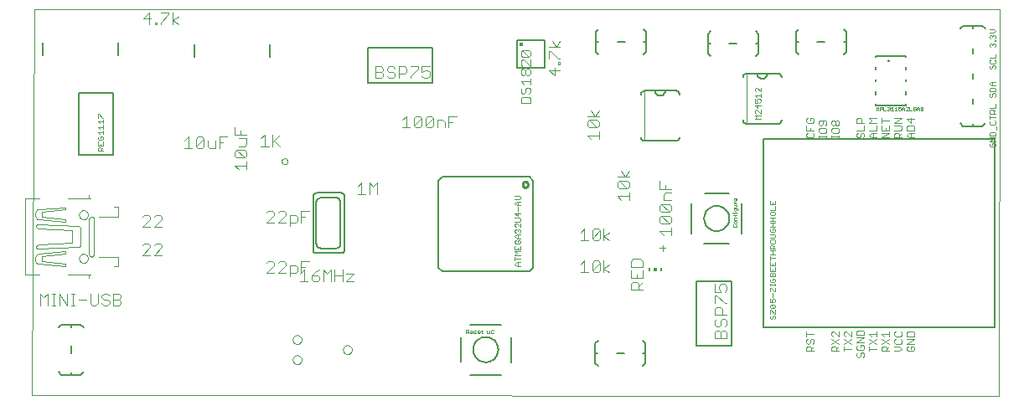
<source format=gto>
G75*
%MOIN*%
%OFA0B0*%
%FSLAX24Y24*%
%IPPOS*%
%LPD*%
%AMOC8*
5,1,8,0,0,1.08239X$1,22.5*
%
%ADD10C,0.0000*%
%ADD11C,0.0020*%
%ADD12C,0.0040*%
%ADD13C,0.0080*%
%ADD14C,0.0100*%
%ADD15C,0.0010*%
%ADD16C,0.0050*%
%ADD17C,0.0060*%
%ADD18C,0.0157*%
%ADD19C,0.0030*%
%ADD20R,0.0059X0.0118*%
%ADD21R,0.0118X0.0118*%
D10*
X003060Y000249D02*
X003140Y015625D01*
X041550Y015625D01*
X041510Y000209D01*
X003060Y000249D01*
X004923Y005702D02*
X004925Y005728D01*
X004931Y005754D01*
X004941Y005779D01*
X004954Y005802D01*
X004970Y005822D01*
X004990Y005840D01*
X005012Y005855D01*
X005035Y005867D01*
X005061Y005875D01*
X005087Y005879D01*
X005113Y005879D01*
X005139Y005875D01*
X005165Y005867D01*
X005189Y005855D01*
X005210Y005840D01*
X005230Y005822D01*
X005246Y005802D01*
X005259Y005779D01*
X005269Y005754D01*
X005275Y005728D01*
X005277Y005702D01*
X005275Y005676D01*
X005269Y005650D01*
X005259Y005625D01*
X005246Y005602D01*
X005230Y005582D01*
X005210Y005564D01*
X005188Y005549D01*
X005165Y005537D01*
X005139Y005529D01*
X005113Y005525D01*
X005087Y005525D01*
X005061Y005529D01*
X005035Y005537D01*
X005011Y005549D01*
X004990Y005564D01*
X004970Y005582D01*
X004954Y005602D01*
X004941Y005625D01*
X004931Y005650D01*
X004925Y005676D01*
X004923Y005702D01*
X004923Y007435D02*
X004925Y007461D01*
X004931Y007487D01*
X004941Y007512D01*
X004954Y007535D01*
X004970Y007555D01*
X004990Y007573D01*
X005012Y007588D01*
X005035Y007600D01*
X005061Y007608D01*
X005087Y007612D01*
X005113Y007612D01*
X005139Y007608D01*
X005165Y007600D01*
X005189Y007588D01*
X005210Y007573D01*
X005230Y007555D01*
X005246Y007535D01*
X005259Y007512D01*
X005269Y007487D01*
X005275Y007461D01*
X005277Y007435D01*
X005275Y007409D01*
X005269Y007383D01*
X005259Y007358D01*
X005246Y007335D01*
X005230Y007315D01*
X005210Y007297D01*
X005188Y007282D01*
X005165Y007270D01*
X005139Y007262D01*
X005113Y007258D01*
X005087Y007258D01*
X005061Y007262D01*
X005035Y007270D01*
X005011Y007282D01*
X004990Y007297D01*
X004970Y007315D01*
X004954Y007335D01*
X004941Y007358D01*
X004931Y007383D01*
X004925Y007409D01*
X004923Y007435D01*
X012982Y009569D02*
X012984Y009590D01*
X012990Y009610D01*
X012999Y009630D01*
X013011Y009647D01*
X013026Y009661D01*
X013044Y009673D01*
X013064Y009681D01*
X013084Y009686D01*
X013105Y009687D01*
X013126Y009684D01*
X013146Y009678D01*
X013165Y009667D01*
X013182Y009654D01*
X013195Y009638D01*
X013206Y009620D01*
X013214Y009600D01*
X013218Y009580D01*
X013218Y009558D01*
X013214Y009538D01*
X013206Y009518D01*
X013195Y009500D01*
X013182Y009484D01*
X013165Y009471D01*
X013146Y009460D01*
X013126Y009454D01*
X013105Y009451D01*
X013084Y009452D01*
X013064Y009457D01*
X013044Y009465D01*
X013026Y009477D01*
X013011Y009491D01*
X012999Y009508D01*
X012990Y009528D01*
X012984Y009548D01*
X012982Y009569D01*
X013425Y002469D02*
X013427Y002495D01*
X013433Y002521D01*
X013442Y002545D01*
X013455Y002568D01*
X013472Y002588D01*
X013491Y002606D01*
X013513Y002621D01*
X013536Y002632D01*
X013561Y002640D01*
X013587Y002644D01*
X013613Y002644D01*
X013639Y002640D01*
X013664Y002632D01*
X013688Y002621D01*
X013709Y002606D01*
X013728Y002588D01*
X013745Y002568D01*
X013758Y002545D01*
X013767Y002521D01*
X013773Y002495D01*
X013775Y002469D01*
X013773Y002443D01*
X013767Y002417D01*
X013758Y002393D01*
X013745Y002370D01*
X013728Y002350D01*
X013709Y002332D01*
X013687Y002317D01*
X013664Y002306D01*
X013639Y002298D01*
X013613Y002294D01*
X013587Y002294D01*
X013561Y002298D01*
X013536Y002306D01*
X013512Y002317D01*
X013491Y002332D01*
X013472Y002350D01*
X013455Y002370D01*
X013442Y002393D01*
X013433Y002417D01*
X013427Y002443D01*
X013425Y002469D01*
X013425Y001669D02*
X013427Y001695D01*
X013433Y001721D01*
X013442Y001745D01*
X013455Y001768D01*
X013472Y001788D01*
X013491Y001806D01*
X013513Y001821D01*
X013536Y001832D01*
X013561Y001840D01*
X013587Y001844D01*
X013613Y001844D01*
X013639Y001840D01*
X013664Y001832D01*
X013688Y001821D01*
X013709Y001806D01*
X013728Y001788D01*
X013745Y001768D01*
X013758Y001745D01*
X013767Y001721D01*
X013773Y001695D01*
X013775Y001669D01*
X013773Y001643D01*
X013767Y001617D01*
X013758Y001593D01*
X013745Y001570D01*
X013728Y001550D01*
X013709Y001532D01*
X013687Y001517D01*
X013664Y001506D01*
X013639Y001498D01*
X013613Y001494D01*
X013587Y001494D01*
X013561Y001498D01*
X013536Y001506D01*
X013512Y001517D01*
X013491Y001532D01*
X013472Y001550D01*
X013455Y001570D01*
X013442Y001593D01*
X013433Y001617D01*
X013427Y001643D01*
X013425Y001669D01*
X015425Y002069D02*
X015427Y002095D01*
X015433Y002121D01*
X015442Y002145D01*
X015455Y002168D01*
X015472Y002188D01*
X015491Y002206D01*
X015513Y002221D01*
X015536Y002232D01*
X015561Y002240D01*
X015587Y002244D01*
X015613Y002244D01*
X015639Y002240D01*
X015664Y002232D01*
X015688Y002221D01*
X015709Y002206D01*
X015728Y002188D01*
X015745Y002168D01*
X015758Y002145D01*
X015767Y002121D01*
X015773Y002095D01*
X015775Y002069D01*
X015773Y002043D01*
X015767Y002017D01*
X015758Y001993D01*
X015745Y001970D01*
X015728Y001950D01*
X015709Y001932D01*
X015687Y001917D01*
X015664Y001906D01*
X015639Y001898D01*
X015613Y001894D01*
X015587Y001894D01*
X015561Y001898D01*
X015536Y001906D01*
X015512Y001917D01*
X015491Y001932D01*
X015472Y001950D01*
X015455Y001970D01*
X015442Y001993D01*
X015433Y002017D01*
X015427Y002043D01*
X015425Y002069D01*
D11*
X022263Y005469D02*
X022336Y005543D01*
X022483Y005543D01*
X022373Y005543D02*
X022373Y005396D01*
X022336Y005396D02*
X022263Y005469D01*
X022336Y005396D02*
X022483Y005396D01*
X022483Y005690D02*
X022263Y005690D01*
X022263Y005617D02*
X022263Y005764D01*
X022263Y005838D02*
X022336Y005911D01*
X022263Y005985D01*
X022483Y005985D01*
X022483Y006059D02*
X022483Y006206D01*
X022446Y006280D02*
X022483Y006316D01*
X022483Y006390D01*
X022446Y006427D01*
X022373Y006427D01*
X022373Y006353D01*
X022300Y006280D02*
X022446Y006280D01*
X022300Y006280D02*
X022263Y006316D01*
X022263Y006390D01*
X022300Y006427D01*
X022336Y006501D02*
X022263Y006574D01*
X022336Y006648D01*
X022483Y006648D01*
X022446Y006722D02*
X022483Y006758D01*
X022483Y006832D01*
X022446Y006868D01*
X022410Y006868D01*
X022373Y006832D01*
X022373Y006795D01*
X022373Y006832D02*
X022336Y006868D01*
X022300Y006868D01*
X022263Y006832D01*
X022263Y006758D01*
X022300Y006722D01*
X022373Y006648D02*
X022373Y006501D01*
X022336Y006501D02*
X022483Y006501D01*
X022263Y006206D02*
X022263Y006059D01*
X022483Y006059D01*
X022373Y006059D02*
X022373Y006132D01*
X022483Y005838D02*
X022263Y005838D01*
X022300Y006943D02*
X022263Y006979D01*
X022263Y007053D01*
X022300Y007089D01*
X022336Y007089D01*
X022483Y006943D01*
X022483Y007089D01*
X022446Y007164D02*
X022483Y007200D01*
X022483Y007274D01*
X022446Y007310D01*
X022263Y007310D01*
X022373Y007385D02*
X022373Y007531D01*
X022373Y007606D02*
X022373Y007752D01*
X022373Y007827D02*
X022373Y007973D01*
X022336Y007973D02*
X022483Y007973D01*
X022446Y008048D02*
X022483Y008084D01*
X022483Y008158D01*
X022446Y008194D01*
X022263Y008194D01*
X022263Y008048D02*
X022446Y008048D01*
X022336Y007973D02*
X022263Y007900D01*
X022336Y007827D01*
X022483Y007827D01*
X022483Y007495D02*
X022263Y007495D01*
X022373Y007385D01*
X022446Y007164D02*
X022263Y007164D01*
X027410Y010379D02*
X027410Y012379D01*
X031470Y013059D02*
X031470Y011059D01*
X031810Y011243D02*
X031883Y011316D01*
X031810Y011389D01*
X032030Y011389D01*
X032030Y011464D02*
X031883Y011610D01*
X031847Y011610D01*
X031810Y011574D01*
X031810Y011500D01*
X031847Y011464D01*
X032030Y011464D02*
X032030Y011610D01*
X031920Y011685D02*
X031920Y011831D01*
X031920Y011906D02*
X031883Y011979D01*
X031883Y012016D01*
X031920Y012052D01*
X031993Y012052D01*
X032030Y012016D01*
X032030Y011942D01*
X031993Y011906D01*
X031920Y011906D02*
X031810Y011906D01*
X031810Y012052D01*
X031883Y012127D02*
X031810Y012200D01*
X032030Y012200D01*
X032030Y012127D02*
X032030Y012273D01*
X032030Y012348D02*
X031883Y012494D01*
X031847Y012494D01*
X031810Y012458D01*
X031810Y012384D01*
X031847Y012348D01*
X032030Y012348D02*
X032030Y012494D01*
X032030Y011795D02*
X031810Y011795D01*
X031920Y011685D01*
X032030Y011243D02*
X031810Y011243D01*
X032405Y007996D02*
X032405Y007849D01*
X032626Y007849D01*
X032626Y007996D01*
X032516Y007923D02*
X032516Y007849D01*
X032626Y007775D02*
X032626Y007628D01*
X032405Y007628D01*
X032442Y007554D02*
X032405Y007517D01*
X032405Y007444D01*
X032442Y007407D01*
X032589Y007407D01*
X032626Y007444D01*
X032626Y007517D01*
X032589Y007554D01*
X032442Y007554D01*
X032405Y007333D02*
X032626Y007333D01*
X032516Y007333D02*
X032516Y007186D01*
X032516Y007112D02*
X032516Y006965D01*
X032516Y006891D02*
X032516Y006818D01*
X032516Y006891D02*
X032589Y006891D01*
X032626Y006854D01*
X032626Y006781D01*
X032589Y006744D01*
X032442Y006744D01*
X032405Y006781D01*
X032405Y006854D01*
X032442Y006891D01*
X032405Y006965D02*
X032626Y006965D01*
X032626Y007112D02*
X032405Y007112D01*
X032405Y007186D02*
X032626Y007186D01*
X032589Y006670D02*
X032405Y006670D01*
X032405Y006523D02*
X032589Y006523D01*
X032626Y006560D01*
X032626Y006633D01*
X032589Y006670D01*
X032589Y006449D02*
X032442Y006449D01*
X032405Y006412D01*
X032405Y006339D01*
X032442Y006302D01*
X032589Y006302D01*
X032626Y006339D01*
X032626Y006412D01*
X032589Y006449D01*
X032626Y006228D02*
X032552Y006155D01*
X032552Y006191D02*
X032552Y006081D01*
X032626Y006081D02*
X032405Y006081D01*
X032405Y006191D01*
X032442Y006228D01*
X032516Y006228D01*
X032552Y006191D01*
X032516Y006007D02*
X032516Y005860D01*
X032626Y005860D02*
X032405Y005860D01*
X032405Y005786D02*
X032405Y005639D01*
X032405Y005713D02*
X032626Y005713D01*
X032626Y005565D02*
X032626Y005418D01*
X032405Y005418D01*
X032405Y005565D01*
X032516Y005492D02*
X032516Y005418D01*
X032626Y005344D02*
X032626Y005197D01*
X032405Y005197D01*
X032405Y005344D01*
X032516Y005271D02*
X032516Y005197D01*
X032552Y005123D02*
X032589Y005123D01*
X032626Y005086D01*
X032626Y004976D01*
X032405Y004976D01*
X032405Y005086D01*
X032442Y005123D01*
X032479Y005123D01*
X032516Y005086D01*
X032516Y004976D01*
X032516Y004902D02*
X032516Y004829D01*
X032516Y004902D02*
X032589Y004902D01*
X032626Y004866D01*
X032626Y004792D01*
X032589Y004755D01*
X032442Y004755D01*
X032405Y004792D01*
X032405Y004866D01*
X032442Y004902D01*
X032516Y005086D02*
X032552Y005123D01*
X032626Y004681D02*
X032626Y004608D01*
X032626Y004645D02*
X032405Y004645D01*
X032405Y004681D02*
X032405Y004608D01*
X032405Y004534D02*
X032442Y004534D01*
X032589Y004387D01*
X032626Y004387D01*
X032626Y004534D01*
X032405Y004534D02*
X032405Y004387D01*
X032516Y004313D02*
X032516Y004166D01*
X032516Y004092D02*
X032589Y004092D01*
X032626Y004055D01*
X032626Y003982D01*
X032589Y003945D01*
X032516Y003945D02*
X032479Y004019D01*
X032479Y004055D01*
X032516Y004092D01*
X032405Y004092D02*
X032405Y003945D01*
X032516Y003945D01*
X032589Y003871D02*
X032626Y003834D01*
X032626Y003761D01*
X032589Y003724D01*
X032442Y003871D01*
X032589Y003871D01*
X032442Y003871D02*
X032405Y003834D01*
X032405Y003761D01*
X032442Y003724D01*
X032589Y003724D01*
X032626Y003650D02*
X032626Y003503D01*
X032589Y003503D01*
X032442Y003650D01*
X032405Y003650D01*
X032405Y003503D01*
X032442Y003429D02*
X032405Y003392D01*
X032405Y003319D01*
X032442Y003282D01*
X032479Y003282D01*
X032516Y003319D01*
X032516Y003392D01*
X032552Y003429D01*
X032589Y003429D01*
X032626Y003392D01*
X032626Y003319D01*
X032589Y003282D01*
X032626Y006007D02*
X032405Y006007D01*
X036630Y011599D02*
X036630Y011739D01*
X036677Y011692D01*
X036723Y011739D01*
X036723Y011599D01*
X036777Y011599D02*
X036777Y011739D01*
X036847Y011739D01*
X036871Y011715D01*
X036871Y011669D01*
X036847Y011645D01*
X036777Y011645D01*
X036925Y011599D02*
X037018Y011599D01*
X037072Y011622D02*
X037095Y011599D01*
X037142Y011599D01*
X037165Y011622D01*
X037165Y011645D01*
X037142Y011669D01*
X037119Y011669D01*
X037142Y011669D02*
X037165Y011692D01*
X037165Y011715D01*
X037142Y011739D01*
X037095Y011739D01*
X037072Y011715D01*
X037219Y011692D02*
X037266Y011739D01*
X037266Y011599D01*
X037219Y011599D02*
X037313Y011599D01*
X037367Y011599D02*
X037460Y011599D01*
X037413Y011599D02*
X037413Y011739D01*
X037367Y011692D01*
X037514Y011669D02*
X037561Y011692D01*
X037584Y011692D01*
X037607Y011669D01*
X037607Y011622D01*
X037584Y011599D01*
X037537Y011599D01*
X037514Y011622D01*
X037514Y011669D02*
X037514Y011739D01*
X037607Y011739D01*
X037661Y011692D02*
X037708Y011739D01*
X037755Y011692D01*
X037755Y011599D01*
X037809Y011599D02*
X037902Y011692D01*
X037902Y011715D01*
X037879Y011739D01*
X037832Y011739D01*
X037809Y011715D01*
X037755Y011669D02*
X037661Y011669D01*
X037661Y011692D02*
X037661Y011599D01*
X037809Y011599D02*
X037902Y011599D01*
X037956Y011599D02*
X038049Y011599D01*
X038103Y011622D02*
X038127Y011599D01*
X038173Y011599D01*
X038197Y011622D01*
X038197Y011669D01*
X038150Y011669D01*
X038197Y011715D02*
X038173Y011739D01*
X038127Y011739D01*
X038103Y011715D01*
X038103Y011622D01*
X037956Y011599D02*
X037956Y011739D01*
X038251Y011692D02*
X038297Y011739D01*
X038344Y011692D01*
X038344Y011599D01*
X038398Y011622D02*
X038398Y011645D01*
X038421Y011669D01*
X038468Y011669D01*
X038491Y011645D01*
X038491Y011622D01*
X038468Y011599D01*
X038421Y011599D01*
X038398Y011622D01*
X038421Y011669D02*
X038398Y011692D01*
X038398Y011715D01*
X038421Y011739D01*
X038468Y011739D01*
X038491Y011715D01*
X038491Y011692D01*
X038468Y011669D01*
X038344Y011669D02*
X038251Y011669D01*
X038251Y011692D02*
X038251Y011599D01*
X036925Y011599D02*
X036925Y011739D01*
X041150Y011694D02*
X041370Y011694D01*
X041370Y011841D01*
X041370Y011620D02*
X041297Y011547D01*
X041297Y011583D02*
X041297Y011473D01*
X041370Y011473D02*
X041150Y011473D01*
X041150Y011583D01*
X041187Y011620D01*
X041260Y011620D01*
X041297Y011583D01*
X041150Y011399D02*
X041150Y011252D01*
X041150Y011326D02*
X041370Y011326D01*
X041333Y011178D02*
X041370Y011141D01*
X041370Y011068D01*
X041333Y011031D01*
X041187Y011031D01*
X041150Y011068D01*
X041150Y011141D01*
X041187Y011178D01*
X041407Y010957D02*
X041407Y010810D01*
X041333Y010736D02*
X041187Y010736D01*
X041150Y010699D01*
X041150Y010589D01*
X041370Y010589D01*
X041370Y010699D01*
X041333Y010736D01*
X041370Y010515D02*
X041150Y010515D01*
X041150Y010368D02*
X041370Y010515D01*
X041370Y010368D02*
X041150Y010368D01*
X041187Y010294D02*
X041150Y010257D01*
X041150Y010184D01*
X041187Y010147D01*
X041333Y010147D01*
X041370Y010184D01*
X041370Y010257D01*
X041333Y010294D01*
X041260Y010294D01*
X041260Y010221D01*
X041223Y012136D02*
X041260Y012173D01*
X041260Y012246D01*
X041297Y012283D01*
X041333Y012283D01*
X041370Y012246D01*
X041370Y012173D01*
X041333Y012136D01*
X041223Y012136D02*
X041187Y012136D01*
X041150Y012173D01*
X041150Y012246D01*
X041187Y012283D01*
X041150Y012357D02*
X041150Y012467D01*
X041187Y012504D01*
X041333Y012504D01*
X041370Y012467D01*
X041370Y012357D01*
X041150Y012357D01*
X041223Y012578D02*
X041150Y012652D01*
X041223Y012725D01*
X041370Y012725D01*
X041260Y012725D02*
X041260Y012578D01*
X041223Y012578D02*
X041370Y012578D01*
X041333Y013241D02*
X041370Y013278D01*
X041370Y013351D01*
X041333Y013388D01*
X041297Y013388D01*
X041260Y013351D01*
X041260Y013278D01*
X041223Y013241D01*
X041187Y013241D01*
X041150Y013278D01*
X041150Y013351D01*
X041187Y013388D01*
X041187Y013462D02*
X041333Y013462D01*
X041370Y013499D01*
X041370Y013572D01*
X041333Y013609D01*
X041370Y013683D02*
X041370Y013830D01*
X041370Y013683D02*
X041150Y013683D01*
X041187Y013609D02*
X041150Y013572D01*
X041150Y013499D01*
X041187Y013462D01*
X041187Y014125D02*
X041150Y014162D01*
X041150Y014235D01*
X041187Y014272D01*
X041223Y014272D01*
X041260Y014235D01*
X041297Y014272D01*
X041333Y014272D01*
X041370Y014235D01*
X041370Y014162D01*
X041333Y014125D01*
X041260Y014199D02*
X041260Y014235D01*
X041333Y014346D02*
X041333Y014383D01*
X041370Y014383D01*
X041370Y014346D01*
X041333Y014346D01*
X041333Y014457D02*
X041370Y014493D01*
X041370Y014567D01*
X041333Y014603D01*
X041297Y014603D01*
X041260Y014567D01*
X041260Y014530D01*
X041260Y014567D02*
X041223Y014603D01*
X041187Y014603D01*
X041150Y014567D01*
X041150Y014493D01*
X041187Y014457D01*
X041150Y014678D02*
X041297Y014678D01*
X041370Y014751D01*
X041297Y014824D01*
X041150Y014824D01*
X005890Y011305D02*
X005853Y011305D01*
X005707Y011451D01*
X005670Y011451D01*
X005670Y011305D01*
X005670Y011157D02*
X005890Y011157D01*
X005890Y011084D02*
X005890Y011230D01*
X005743Y011084D02*
X005670Y011157D01*
X005670Y010936D02*
X005890Y010936D01*
X005890Y010863D02*
X005890Y011009D01*
X005743Y010863D02*
X005670Y010936D01*
X005670Y010715D02*
X005890Y010715D01*
X005890Y010642D02*
X005890Y010788D01*
X005743Y010642D02*
X005670Y010715D01*
X005707Y010567D02*
X005670Y010531D01*
X005670Y010457D01*
X005707Y010421D01*
X005853Y010421D01*
X005890Y010457D01*
X005890Y010531D01*
X005853Y010567D01*
X005780Y010567D01*
X005780Y010494D01*
X005890Y010346D02*
X005890Y010200D01*
X005670Y010200D01*
X005670Y010346D01*
X005780Y010273D02*
X005780Y010200D01*
X005780Y010125D02*
X005817Y010089D01*
X005817Y009979D01*
X005890Y009979D02*
X005670Y009979D01*
X005670Y010089D01*
X005707Y010125D01*
X005780Y010125D01*
X005817Y010052D02*
X005890Y010125D01*
D12*
X005304Y008224D02*
X005304Y008163D01*
X005306Y008147D01*
X005310Y008132D01*
X005318Y008117D01*
X005328Y008105D01*
X005340Y008095D01*
X005355Y008087D01*
X005370Y008083D01*
X005386Y008081D01*
X004477Y008081D01*
X004385Y007734D02*
X004385Y007652D01*
X003444Y007550D01*
X003444Y007345D01*
X004385Y007243D01*
X004385Y007161D01*
X003301Y007264D01*
X003301Y007263D02*
X003282Y007267D01*
X003263Y007273D01*
X003246Y007283D01*
X003230Y007295D01*
X003217Y007310D01*
X003206Y007327D01*
X003199Y007345D01*
X003199Y007570D02*
X003206Y007588D01*
X003217Y007605D01*
X003230Y007620D01*
X003246Y007632D01*
X003263Y007642D01*
X003282Y007648D01*
X003301Y007652D01*
X004385Y007734D01*
X003200Y007570D02*
X003191Y007533D01*
X003185Y007496D01*
X003183Y007458D01*
X003185Y007420D01*
X003191Y007383D01*
X003200Y007346D01*
X003301Y007059D02*
X004896Y006977D01*
X004896Y006978D02*
X004914Y006975D01*
X004931Y006968D01*
X004946Y006959D01*
X004959Y006946D01*
X004968Y006931D01*
X004975Y006914D01*
X004978Y006896D01*
X004977Y006896D02*
X004977Y006242D01*
X004978Y006241D02*
X004975Y006223D01*
X004968Y006206D01*
X004959Y006191D01*
X004946Y006178D01*
X004931Y006169D01*
X004914Y006162D01*
X004896Y006159D01*
X004896Y006160D02*
X003301Y006078D01*
X003285Y006080D01*
X003270Y006084D01*
X003255Y006092D01*
X003243Y006102D01*
X003233Y006114D01*
X003225Y006129D01*
X003221Y006144D01*
X003219Y006160D01*
X003221Y006176D01*
X003225Y006191D01*
X003233Y006206D01*
X003243Y006218D01*
X003255Y006228D01*
X003270Y006236D01*
X003285Y006240D01*
X003301Y006242D01*
X004650Y006323D01*
X004650Y006814D01*
X003301Y006896D01*
X003301Y006895D02*
X003285Y006897D01*
X003270Y006901D01*
X003255Y006909D01*
X003243Y006919D01*
X003233Y006931D01*
X003225Y006946D01*
X003221Y006961D01*
X003219Y006977D01*
X003220Y006977D02*
X003220Y006977D01*
X003219Y006977D02*
X003221Y006993D01*
X003225Y007008D01*
X003233Y007023D01*
X003243Y007035D01*
X003255Y007045D01*
X003270Y007053D01*
X003285Y007057D01*
X003301Y007059D01*
X003301Y005874D02*
X004385Y005976D01*
X004385Y005894D01*
X003444Y005792D01*
X003444Y005588D01*
X004385Y005485D01*
X004385Y005404D01*
X003301Y005485D01*
X003282Y005489D01*
X003263Y005495D01*
X003246Y005505D01*
X003230Y005517D01*
X003217Y005532D01*
X003206Y005549D01*
X003199Y005567D01*
X003199Y005792D02*
X003206Y005810D01*
X003217Y005827D01*
X003230Y005842D01*
X003246Y005854D01*
X003263Y005864D01*
X003282Y005870D01*
X003301Y005874D01*
X003200Y005792D02*
X003191Y005755D01*
X003185Y005718D01*
X003183Y005680D01*
X003185Y005642D01*
X003191Y005605D01*
X003200Y005568D01*
X003362Y005056D02*
X002770Y005056D01*
X002770Y005056D01*
X002770Y008081D01*
X003362Y008081D01*
X005325Y007264D02*
X005325Y005874D01*
X005327Y005854D01*
X005333Y005835D01*
X005342Y005817D01*
X005355Y005802D01*
X005370Y005789D01*
X005388Y005780D01*
X005407Y005774D01*
X005427Y005772D01*
X005427Y005771D02*
X005443Y005773D01*
X005458Y005777D01*
X005473Y005785D01*
X005485Y005795D01*
X005495Y005807D01*
X005503Y005822D01*
X005507Y005837D01*
X005509Y005853D01*
X005509Y007284D01*
X005507Y007300D01*
X005503Y007315D01*
X005495Y007330D01*
X005485Y007342D01*
X005473Y007352D01*
X005458Y007360D01*
X005443Y007364D01*
X005427Y007366D01*
X005427Y007366D01*
X005407Y007364D01*
X005388Y007358D01*
X005370Y007349D01*
X005355Y007336D01*
X005342Y007321D01*
X005333Y007303D01*
X005327Y007284D01*
X005325Y007264D01*
X005713Y007366D02*
X006449Y007366D01*
X006469Y007366D02*
X006469Y007754D01*
X006449Y007754D02*
X006306Y007754D01*
X007449Y007347D02*
X007526Y007424D01*
X007679Y007424D01*
X007756Y007347D01*
X007756Y007271D01*
X007449Y006964D01*
X007756Y006964D01*
X007910Y006964D02*
X008217Y007271D01*
X008217Y007347D01*
X008140Y007424D01*
X007986Y007424D01*
X007910Y007347D01*
X007910Y006964D02*
X008217Y006964D01*
X008140Y006299D02*
X007986Y006299D01*
X007910Y006222D01*
X007756Y006222D02*
X007679Y006299D01*
X007526Y006299D01*
X007449Y006222D01*
X007756Y006222D02*
X007756Y006146D01*
X007449Y005839D01*
X007756Y005839D01*
X007910Y005839D02*
X008217Y006146D01*
X008217Y006222D01*
X008140Y006299D01*
X008217Y005839D02*
X007910Y005839D01*
X006469Y005772D02*
X006469Y005383D01*
X006449Y005383D02*
X006306Y005383D01*
X006449Y005772D02*
X005713Y005772D01*
X005386Y005056D02*
X004477Y005056D01*
X005304Y004975D02*
X005304Y004913D01*
X005304Y004975D02*
X005306Y004991D01*
X005310Y005006D01*
X005318Y005021D01*
X005328Y005033D01*
X005340Y005043D01*
X005355Y005051D01*
X005370Y005055D01*
X005386Y005057D01*
X005365Y004299D02*
X005365Y003915D01*
X005442Y003839D01*
X005595Y003839D01*
X005672Y003915D01*
X005672Y004299D01*
X005825Y004222D02*
X005825Y004146D01*
X005902Y004069D01*
X006056Y004069D01*
X006132Y003992D01*
X006132Y003915D01*
X006056Y003839D01*
X005902Y003839D01*
X005825Y003915D01*
X005825Y004222D02*
X005902Y004299D01*
X006056Y004299D01*
X006132Y004222D01*
X006286Y004299D02*
X006286Y003839D01*
X006516Y003839D01*
X006593Y003915D01*
X006593Y003992D01*
X006516Y004069D01*
X006286Y004069D01*
X006516Y004069D02*
X006593Y004146D01*
X006593Y004222D01*
X006516Y004299D01*
X006286Y004299D01*
X005212Y004069D02*
X004905Y004069D01*
X004751Y004299D02*
X004598Y004299D01*
X004674Y004299D02*
X004674Y003839D01*
X004598Y003839D02*
X004751Y003839D01*
X004444Y003839D02*
X004444Y004299D01*
X004137Y004299D02*
X004137Y003839D01*
X003984Y003839D02*
X003830Y003839D01*
X003907Y003839D02*
X003907Y004299D01*
X003830Y004299D02*
X003984Y004299D01*
X004137Y004299D02*
X004444Y003839D01*
X003677Y003839D02*
X003677Y004299D01*
X003523Y004146D01*
X003370Y004299D01*
X003370Y003839D01*
X011120Y009401D02*
X011580Y009401D01*
X011580Y009554D02*
X011580Y009247D01*
X011273Y009247D02*
X011120Y009401D01*
X011196Y009707D02*
X011120Y009784D01*
X011120Y009938D01*
X011196Y010014D01*
X011503Y009707D01*
X011580Y009784D01*
X011580Y009938D01*
X011503Y010014D01*
X011196Y010014D01*
X011273Y010168D02*
X011503Y010168D01*
X011580Y010245D01*
X011580Y010475D01*
X011273Y010475D01*
X011350Y010628D02*
X011350Y010782D01*
X011120Y010628D02*
X011120Y010935D01*
X011120Y010628D02*
X011580Y010628D01*
X012159Y010476D02*
X012313Y010629D01*
X012313Y010169D01*
X012466Y010169D02*
X012159Y010169D01*
X012620Y010169D02*
X012620Y010629D01*
X012696Y010399D02*
X012927Y010169D01*
X012620Y010322D02*
X012927Y010629D01*
X011503Y009707D02*
X011196Y009707D01*
X010501Y010089D02*
X010501Y010549D01*
X010808Y010549D01*
X010655Y010319D02*
X010501Y010319D01*
X010348Y010396D02*
X010348Y010089D01*
X010118Y010089D01*
X010041Y010165D01*
X010041Y010396D01*
X009887Y010472D02*
X009887Y010165D01*
X009811Y010089D01*
X009657Y010089D01*
X009580Y010165D01*
X009887Y010472D01*
X009811Y010549D01*
X009657Y010549D01*
X009580Y010472D01*
X009580Y010165D01*
X009427Y010089D02*
X009120Y010089D01*
X009273Y010089D02*
X009273Y010549D01*
X009120Y010396D01*
X012380Y007512D02*
X012457Y007589D01*
X012610Y007589D01*
X012687Y007512D01*
X012687Y007436D01*
X012380Y007129D01*
X012687Y007129D01*
X012840Y007129D02*
X013147Y007436D01*
X013147Y007512D01*
X013071Y007589D01*
X012917Y007589D01*
X012840Y007512D01*
X012840Y007129D02*
X013147Y007129D01*
X013301Y007129D02*
X013531Y007129D01*
X013608Y007205D01*
X013608Y007359D01*
X013531Y007436D01*
X013301Y007436D01*
X013301Y006975D01*
X013761Y007129D02*
X013761Y007589D01*
X014068Y007589D01*
X013915Y007359D02*
X013761Y007359D01*
X013761Y005589D02*
X014068Y005589D01*
X013915Y005359D02*
X013761Y005359D01*
X013866Y005249D02*
X013866Y004789D01*
X013713Y004789D02*
X014020Y004789D01*
X014173Y004866D02*
X014250Y004789D01*
X014403Y004789D01*
X014480Y004866D01*
X014480Y004943D01*
X014403Y005019D01*
X014173Y005019D01*
X014173Y004866D01*
X014173Y005019D02*
X014327Y005173D01*
X014480Y005249D01*
X014634Y005249D02*
X014787Y005096D01*
X014941Y005249D01*
X014941Y004789D01*
X015094Y004789D02*
X015094Y005249D01*
X015094Y005019D02*
X015401Y005019D01*
X015554Y005096D02*
X015861Y005096D01*
X015554Y004789D01*
X015861Y004789D01*
X015401Y004789D02*
X015401Y005249D01*
X014634Y005249D02*
X014634Y004789D01*
X013866Y005249D02*
X013713Y005096D01*
X013761Y005129D02*
X013761Y005589D01*
X013531Y005436D02*
X013608Y005359D01*
X013608Y005205D01*
X013531Y005129D01*
X013301Y005129D01*
X013147Y005129D02*
X012840Y005129D01*
X013147Y005436D01*
X013147Y005512D01*
X013071Y005589D01*
X012917Y005589D01*
X012840Y005512D01*
X012687Y005512D02*
X012610Y005589D01*
X012457Y005589D01*
X012380Y005512D01*
X012687Y005512D02*
X012687Y005436D01*
X012380Y005129D01*
X012687Y005129D01*
X013301Y004975D02*
X013301Y005436D01*
X013531Y005436D01*
X016005Y008254D02*
X016312Y008254D01*
X016465Y008254D02*
X016465Y008714D01*
X016619Y008561D01*
X016772Y008714D01*
X016772Y008254D01*
X016158Y008254D02*
X016158Y008714D01*
X016005Y008561D01*
X017783Y010909D02*
X018090Y010909D01*
X017936Y010909D02*
X017936Y011369D01*
X017783Y011216D01*
X018243Y011292D02*
X018243Y010985D01*
X018550Y011292D01*
X018550Y010985D01*
X018474Y010909D01*
X018320Y010909D01*
X018243Y010985D01*
X018243Y011292D02*
X018320Y011369D01*
X018474Y011369D01*
X018550Y011292D01*
X018704Y011292D02*
X018781Y011369D01*
X018934Y011369D01*
X019011Y011292D01*
X018704Y010985D01*
X018781Y010909D01*
X018934Y010909D01*
X019011Y010985D01*
X019011Y011292D01*
X019164Y011216D02*
X019394Y011216D01*
X019471Y011139D01*
X019471Y010909D01*
X019625Y010909D02*
X019625Y011369D01*
X019932Y011369D01*
X019778Y011139D02*
X019625Y011139D01*
X019164Y011216D02*
X019164Y010909D01*
X018704Y010985D02*
X018704Y011292D01*
X018638Y012889D02*
X018562Y012965D01*
X018638Y012889D02*
X018792Y012889D01*
X018868Y012965D01*
X018868Y013119D01*
X018792Y013196D01*
X018715Y013196D01*
X018562Y013119D01*
X018562Y013349D01*
X018868Y013349D01*
X018408Y013349D02*
X018408Y013272D01*
X018101Y012965D01*
X018101Y012889D01*
X017948Y013119D02*
X017871Y013042D01*
X017641Y013042D01*
X017641Y012889D02*
X017641Y013349D01*
X017871Y013349D01*
X017948Y013272D01*
X017948Y013119D01*
X018101Y013349D02*
X018408Y013349D01*
X017487Y013272D02*
X017411Y013349D01*
X017257Y013349D01*
X017180Y013272D01*
X017180Y013196D01*
X017257Y013119D01*
X017411Y013119D01*
X017487Y013042D01*
X017487Y012965D01*
X017411Y012889D01*
X017257Y012889D01*
X017180Y012965D01*
X017027Y012965D02*
X016950Y012889D01*
X016720Y012889D01*
X016720Y013349D01*
X016950Y013349D01*
X017027Y013272D01*
X017027Y013196D01*
X016950Y013119D01*
X016720Y013119D01*
X016950Y013119D02*
X017027Y013042D01*
X017027Y012965D01*
X023600Y013204D02*
X023830Y012974D01*
X023830Y013281D01*
X023983Y013434D02*
X023983Y013511D01*
X024060Y013511D01*
X024060Y013434D01*
X023983Y013434D01*
X023983Y013665D02*
X024060Y013665D01*
X023983Y013665D02*
X023676Y013972D01*
X023600Y013972D01*
X023600Y013665D01*
X023600Y014125D02*
X024060Y014125D01*
X023907Y014125D02*
X023753Y014355D01*
X023907Y014125D02*
X024060Y014355D01*
X024060Y013204D02*
X023600Y013204D01*
X025293Y011600D02*
X025447Y011369D01*
X025600Y011600D01*
X025600Y011369D02*
X025140Y011369D01*
X025216Y011216D02*
X025523Y010909D01*
X025600Y010986D01*
X025600Y011139D01*
X025523Y011216D01*
X025216Y011216D01*
X025140Y011139D01*
X025140Y010986D01*
X025216Y010909D01*
X025523Y010909D01*
X025600Y010756D02*
X025600Y010449D01*
X025600Y010602D02*
X025140Y010602D01*
X025293Y010449D01*
X026493Y009175D02*
X026647Y008945D01*
X026800Y009175D01*
X026800Y008945D02*
X026340Y008945D01*
X026416Y008792D02*
X026723Y008485D01*
X026800Y008561D01*
X026800Y008715D01*
X026723Y008792D01*
X026416Y008792D01*
X026340Y008715D01*
X026340Y008561D01*
X026416Y008485D01*
X026723Y008485D01*
X026800Y008331D02*
X026800Y008024D01*
X026800Y008178D02*
X026340Y008178D01*
X026493Y008024D01*
X025796Y006889D02*
X025796Y006429D01*
X025796Y006582D02*
X026027Y006736D01*
X025796Y006582D02*
X026027Y006429D01*
X025643Y006505D02*
X025566Y006429D01*
X025413Y006429D01*
X025336Y006505D01*
X025643Y006812D01*
X025643Y006505D01*
X025336Y006505D02*
X025336Y006812D01*
X025413Y006889D01*
X025566Y006889D01*
X025643Y006812D01*
X025182Y006429D02*
X024876Y006429D01*
X025029Y006429D02*
X025029Y006889D01*
X024876Y006736D01*
X025029Y005609D02*
X025029Y005149D01*
X024876Y005149D02*
X025182Y005149D01*
X025336Y005225D02*
X025643Y005532D01*
X025643Y005225D01*
X025566Y005149D01*
X025413Y005149D01*
X025336Y005225D01*
X025336Y005532D01*
X025413Y005609D01*
X025566Y005609D01*
X025643Y005532D01*
X025796Y005609D02*
X025796Y005149D01*
X025796Y005302D02*
X026027Y005456D01*
X025796Y005302D02*
X026027Y005149D01*
X026880Y005215D02*
X026880Y004908D01*
X027340Y004908D01*
X027340Y005215D01*
X027340Y005368D02*
X027340Y005598D01*
X027263Y005675D01*
X026956Y005675D01*
X026880Y005598D01*
X026880Y005368D01*
X027340Y005368D01*
X027110Y005061D02*
X027110Y004908D01*
X027110Y004754D02*
X027187Y004678D01*
X027187Y004447D01*
X027340Y004447D02*
X026880Y004447D01*
X026880Y004678D01*
X026956Y004754D01*
X027110Y004754D01*
X027187Y004601D02*
X027340Y004754D01*
X028173Y006629D02*
X028020Y006782D01*
X028480Y006782D01*
X028480Y006629D02*
X028480Y006936D01*
X028403Y007089D02*
X028096Y007396D01*
X028403Y007396D01*
X028480Y007319D01*
X028480Y007166D01*
X028403Y007089D01*
X028096Y007089D01*
X028020Y007166D01*
X028020Y007319D01*
X028096Y007396D01*
X028096Y007549D02*
X028020Y007626D01*
X028020Y007780D01*
X028096Y007856D01*
X028403Y007549D01*
X028480Y007626D01*
X028480Y007780D01*
X028403Y007856D01*
X028096Y007856D01*
X028173Y008010D02*
X028173Y008240D01*
X028250Y008317D01*
X028480Y008317D01*
X028480Y008470D02*
X028020Y008470D01*
X028020Y008777D01*
X028250Y008624D02*
X028250Y008470D01*
X028173Y008010D02*
X028480Y008010D01*
X028403Y007549D02*
X028096Y007549D01*
X025029Y005609D02*
X024876Y005456D01*
X030220Y004677D02*
X030220Y004370D01*
X030450Y004370D01*
X030373Y004524D01*
X030373Y004600D01*
X030450Y004677D01*
X030603Y004677D01*
X030680Y004600D01*
X030680Y004447D01*
X030603Y004370D01*
X030296Y004217D02*
X030603Y003910D01*
X030680Y003910D01*
X030450Y003756D02*
X030527Y003680D01*
X030527Y003449D01*
X030680Y003449D02*
X030220Y003449D01*
X030220Y003680D01*
X030296Y003756D01*
X030450Y003756D01*
X030220Y003910D02*
X030220Y004217D01*
X030296Y004217D01*
X030296Y003296D02*
X030220Y003219D01*
X030220Y003066D01*
X030296Y002989D01*
X030373Y002989D01*
X030450Y003066D01*
X030450Y003219D01*
X030527Y003296D01*
X030603Y003296D01*
X030680Y003219D01*
X030680Y003066D01*
X030603Y002989D01*
X030603Y002836D02*
X030680Y002759D01*
X030680Y002529D01*
X030220Y002529D01*
X030220Y002759D01*
X030296Y002836D01*
X030373Y002836D01*
X030450Y002759D01*
X030450Y002529D01*
X030450Y002759D02*
X030527Y002836D01*
X030603Y002836D01*
X008867Y015029D02*
X008636Y015182D01*
X008867Y015336D01*
X008636Y015489D02*
X008636Y015029D01*
X008483Y015412D02*
X008176Y015105D01*
X008176Y015029D01*
X008022Y015029D02*
X007946Y015029D01*
X007946Y015105D01*
X008022Y015105D01*
X008022Y015029D01*
X007716Y015029D02*
X007716Y015489D01*
X007485Y015259D01*
X007792Y015259D01*
X008176Y015489D02*
X008483Y015489D01*
X008483Y015412D01*
D13*
X009520Y014239D02*
X009520Y013739D01*
X012520Y013739D02*
X012520Y014239D01*
X016410Y014089D02*
X016410Y012689D01*
X018990Y012689D01*
X018990Y014089D01*
X016410Y014089D01*
X022349Y014380D02*
X022349Y013277D01*
X023451Y013277D01*
X023451Y014380D01*
X022349Y014380D01*
X025480Y014329D02*
X025480Y013939D01*
X025590Y013829D01*
X025580Y014329D02*
X025480Y014329D01*
X025480Y014719D01*
X025590Y014829D01*
X026330Y014329D02*
X026630Y014329D01*
X027380Y014329D02*
X027480Y014329D01*
X027480Y014719D01*
X027370Y014829D01*
X027480Y014329D02*
X027480Y013939D01*
X027370Y013829D01*
X029940Y013859D02*
X030050Y013749D01*
X029940Y013859D02*
X029940Y014249D01*
X029940Y014639D01*
X030050Y014749D01*
X030040Y014249D02*
X029940Y014249D01*
X030790Y014249D02*
X031090Y014249D01*
X031840Y014249D02*
X031940Y014249D01*
X031940Y014639D01*
X031830Y014749D01*
X031940Y014249D02*
X031940Y013859D01*
X031830Y013749D01*
X033440Y013939D02*
X033550Y013829D01*
X033440Y013939D02*
X033440Y014329D01*
X033440Y014719D01*
X033550Y014829D01*
X033540Y014329D02*
X033440Y014329D01*
X034290Y014329D02*
X034590Y014329D01*
X035340Y014329D02*
X035440Y014329D01*
X035440Y014719D01*
X035330Y014829D01*
X035440Y014329D02*
X035440Y013939D01*
X035330Y013829D01*
X036629Y013773D02*
X036629Y013734D01*
X036629Y013773D02*
X037811Y013773D01*
X037811Y013734D01*
X037811Y013340D02*
X037811Y013222D01*
X037811Y012828D02*
X037811Y012749D01*
X037811Y012356D02*
X037811Y012237D01*
X037811Y011844D02*
X037811Y011804D01*
X036629Y011804D01*
X036629Y011844D01*
X036629Y012237D02*
X036629Y012356D01*
X036629Y012749D02*
X036629Y012828D01*
X036629Y013222D02*
X036629Y013340D01*
X037098Y013580D02*
X037100Y013588D01*
X037105Y013595D01*
X037112Y013599D01*
X037120Y013600D01*
X037128Y013597D01*
X037134Y013592D01*
X037138Y013584D01*
X037138Y013576D01*
X037134Y013568D01*
X037128Y013563D01*
X037120Y013560D01*
X037112Y013561D01*
X037105Y013565D01*
X037100Y013572D01*
X037098Y013580D01*
X039970Y014859D02*
X040080Y014969D01*
X040470Y014969D01*
X040860Y014969D01*
X040970Y014859D01*
X040470Y014869D02*
X040470Y014969D01*
X040470Y014069D02*
X040470Y013869D01*
X040470Y013069D02*
X040470Y012869D01*
X040470Y012069D02*
X040470Y011869D01*
X040470Y011069D02*
X040470Y010969D01*
X040860Y010969D01*
X040970Y011079D01*
X040470Y010969D02*
X040080Y010969D01*
X039970Y011079D01*
X031290Y007895D02*
X031290Y006682D01*
X030778Y006289D02*
X029790Y006289D01*
X029290Y006682D02*
X029290Y007895D01*
X029802Y008289D02*
X030778Y008289D01*
X029790Y007289D02*
X029792Y007333D01*
X029798Y007377D01*
X029808Y007420D01*
X029821Y007462D01*
X029838Y007503D01*
X029859Y007542D01*
X029883Y007579D01*
X029910Y007614D01*
X029940Y007646D01*
X029973Y007676D01*
X030009Y007702D01*
X030046Y007726D01*
X030086Y007745D01*
X030127Y007762D01*
X030170Y007774D01*
X030213Y007783D01*
X030257Y007788D01*
X030301Y007789D01*
X030345Y007786D01*
X030389Y007779D01*
X030432Y007768D01*
X030474Y007754D01*
X030514Y007736D01*
X030553Y007714D01*
X030589Y007690D01*
X030623Y007662D01*
X030655Y007631D01*
X030684Y007597D01*
X030710Y007561D01*
X030732Y007523D01*
X030751Y007483D01*
X030766Y007441D01*
X030778Y007399D01*
X030786Y007355D01*
X030790Y007311D01*
X030790Y007267D01*
X030786Y007223D01*
X030778Y007179D01*
X030766Y007137D01*
X030751Y007095D01*
X030732Y007055D01*
X030710Y007017D01*
X030684Y006981D01*
X030655Y006947D01*
X030623Y006916D01*
X030589Y006888D01*
X030553Y006864D01*
X030514Y006842D01*
X030474Y006824D01*
X030432Y006810D01*
X030389Y006799D01*
X030345Y006792D01*
X030301Y006789D01*
X030257Y006790D01*
X030213Y006795D01*
X030170Y006804D01*
X030127Y006816D01*
X030086Y006833D01*
X030046Y006852D01*
X030009Y006876D01*
X029973Y006902D01*
X029940Y006932D01*
X029910Y006964D01*
X029883Y006999D01*
X029859Y007036D01*
X029838Y007075D01*
X029821Y007116D01*
X029808Y007158D01*
X029798Y007201D01*
X029792Y007245D01*
X029790Y007289D01*
X029480Y004799D02*
X029480Y002218D01*
X030880Y002218D01*
X030880Y004799D01*
X029480Y004799D01*
X027350Y002429D02*
X027460Y002319D01*
X027460Y001929D01*
X027460Y001539D01*
X027350Y001429D01*
X027360Y001929D02*
X027460Y001929D01*
X026610Y001929D02*
X026310Y001929D01*
X025560Y001929D02*
X025460Y001929D01*
X025460Y001539D01*
X025570Y001429D01*
X025460Y001929D02*
X025460Y002319D01*
X025570Y002429D01*
X022100Y002557D02*
X022100Y001569D01*
X021706Y001069D02*
X020494Y001069D01*
X020100Y001580D02*
X020100Y002557D01*
X020494Y003069D02*
X021706Y003069D01*
X020600Y002069D02*
X020602Y002113D01*
X020608Y002157D01*
X020618Y002200D01*
X020631Y002242D01*
X020648Y002283D01*
X020669Y002322D01*
X020693Y002359D01*
X020720Y002394D01*
X020750Y002426D01*
X020783Y002456D01*
X020819Y002482D01*
X020856Y002506D01*
X020896Y002525D01*
X020937Y002542D01*
X020980Y002554D01*
X021023Y002563D01*
X021067Y002568D01*
X021111Y002569D01*
X021155Y002566D01*
X021199Y002559D01*
X021242Y002548D01*
X021284Y002534D01*
X021324Y002516D01*
X021363Y002494D01*
X021399Y002470D01*
X021433Y002442D01*
X021465Y002411D01*
X021494Y002377D01*
X021520Y002341D01*
X021542Y002303D01*
X021561Y002263D01*
X021576Y002221D01*
X021588Y002179D01*
X021596Y002135D01*
X021600Y002091D01*
X021600Y002047D01*
X021596Y002003D01*
X021588Y001959D01*
X021576Y001917D01*
X021561Y001875D01*
X021542Y001835D01*
X021520Y001797D01*
X021494Y001761D01*
X021465Y001727D01*
X021433Y001696D01*
X021399Y001668D01*
X021363Y001644D01*
X021324Y001622D01*
X021284Y001604D01*
X021242Y001590D01*
X021199Y001579D01*
X021155Y001572D01*
X021111Y001569D01*
X021067Y001570D01*
X021023Y001575D01*
X020980Y001584D01*
X020937Y001596D01*
X020896Y001613D01*
X020856Y001632D01*
X020819Y001656D01*
X020783Y001682D01*
X020750Y001712D01*
X020720Y001744D01*
X020693Y001779D01*
X020669Y001816D01*
X020648Y001855D01*
X020631Y001896D01*
X020618Y001938D01*
X020608Y001981D01*
X020602Y002025D01*
X020600Y002069D01*
X019368Y005179D02*
X019210Y005336D01*
X019210Y008801D01*
X019368Y008958D01*
X022832Y008958D01*
X022990Y008801D01*
X022990Y005336D01*
X022832Y005179D01*
X019368Y005179D01*
X006480Y013779D02*
X006480Y014279D01*
X003480Y014279D02*
X003480Y013779D01*
X004210Y003069D02*
X004100Y002959D01*
X004210Y003069D02*
X004600Y003069D01*
X004990Y003069D01*
X005100Y002959D01*
X004600Y002969D02*
X004600Y003069D01*
X004600Y002219D02*
X004600Y001919D01*
X004600Y001169D02*
X004600Y001069D01*
X004990Y001069D01*
X005100Y001179D01*
X004600Y001069D02*
X004210Y001069D01*
X004100Y001179D01*
D14*
X022564Y008643D02*
X022566Y008663D01*
X022571Y008683D01*
X022581Y008701D01*
X022593Y008718D01*
X022608Y008732D01*
X022626Y008742D01*
X022645Y008750D01*
X022665Y008754D01*
X022685Y008754D01*
X022705Y008750D01*
X022724Y008742D01*
X022742Y008732D01*
X022757Y008718D01*
X022769Y008701D01*
X022779Y008683D01*
X022784Y008663D01*
X022786Y008643D01*
X022784Y008623D01*
X022779Y008603D01*
X022769Y008585D01*
X022757Y008568D01*
X022742Y008554D01*
X022724Y008544D01*
X022705Y008536D01*
X022685Y008532D01*
X022665Y008532D01*
X022645Y008536D01*
X022626Y008544D01*
X022608Y008554D01*
X022593Y008568D01*
X022581Y008585D01*
X022571Y008603D01*
X022566Y008623D01*
X022564Y008643D01*
D15*
X021383Y002864D02*
X021333Y002864D01*
X021308Y002839D01*
X021308Y002739D01*
X021333Y002714D01*
X021383Y002714D01*
X021408Y002739D01*
X021408Y002839D02*
X021383Y002864D01*
X021260Y002814D02*
X021260Y002714D01*
X021185Y002714D01*
X021160Y002739D01*
X021160Y002814D01*
X020965Y002814D02*
X020915Y002814D01*
X020940Y002839D02*
X020940Y002739D01*
X020965Y002714D01*
X020868Y002764D02*
X020767Y002764D01*
X020767Y002789D02*
X020792Y002814D01*
X020843Y002814D01*
X020868Y002789D01*
X020868Y002764D01*
X020843Y002714D02*
X020792Y002714D01*
X020767Y002739D01*
X020767Y002789D01*
X020720Y002814D02*
X020645Y002814D01*
X020620Y002789D01*
X020645Y002764D01*
X020695Y002764D01*
X020720Y002739D01*
X020695Y002714D01*
X020620Y002714D01*
X020573Y002764D02*
X020473Y002764D01*
X020473Y002789D02*
X020498Y002814D01*
X020548Y002814D01*
X020573Y002789D01*
X020573Y002764D01*
X020548Y002714D02*
X020498Y002714D01*
X020473Y002739D01*
X020473Y002789D01*
X020426Y002789D02*
X020401Y002764D01*
X020326Y002764D01*
X020376Y002764D02*
X020426Y002714D01*
X020426Y002789D02*
X020426Y002839D01*
X020401Y002864D01*
X020326Y002864D01*
X020326Y002714D01*
X030935Y006969D02*
X030960Y006944D01*
X031060Y006944D01*
X031085Y006969D01*
X031085Y007019D01*
X031060Y007044D01*
X031060Y007091D02*
X031085Y007116D01*
X031085Y007166D01*
X031060Y007191D01*
X031010Y007191D01*
X030985Y007166D01*
X030985Y007116D01*
X031010Y007091D01*
X031060Y007091D01*
X030960Y007044D02*
X030935Y007019D01*
X030935Y006969D01*
X030985Y007238D02*
X030985Y007313D01*
X031010Y007338D01*
X031085Y007338D01*
X031085Y007411D02*
X030960Y007411D01*
X030935Y007436D01*
X030985Y007484D02*
X030985Y007509D01*
X031085Y007509D01*
X031085Y007484D02*
X031085Y007534D01*
X031060Y007582D02*
X031085Y007607D01*
X031085Y007682D01*
X031110Y007682D02*
X030985Y007682D01*
X030985Y007607D01*
X031010Y007582D01*
X031060Y007582D01*
X031135Y007632D02*
X031135Y007657D01*
X031110Y007682D01*
X031060Y007729D02*
X031085Y007754D01*
X031085Y007829D01*
X030985Y007829D01*
X030985Y007877D02*
X031085Y007877D01*
X031035Y007877D02*
X030985Y007927D01*
X030985Y007952D01*
X031010Y007999D02*
X030985Y008024D01*
X030985Y008075D01*
X031010Y008100D01*
X031035Y008100D01*
X031035Y007999D01*
X031060Y007999D02*
X031010Y007999D01*
X031060Y007999D02*
X031085Y008024D01*
X031085Y008075D01*
X031060Y007729D02*
X030985Y007729D01*
X030935Y007509D02*
X030910Y007509D01*
X031010Y007436D02*
X031010Y007386D01*
X030985Y007238D02*
X031085Y007238D01*
D16*
X032154Y010464D02*
X041354Y010464D01*
X041354Y002966D01*
X032154Y002966D01*
X032154Y010464D01*
X015476Y008197D02*
X015476Y006020D01*
X015474Y006001D01*
X015469Y005982D01*
X015461Y005965D01*
X015450Y005949D01*
X015436Y005935D01*
X015421Y005924D01*
X015403Y005916D01*
X015384Y005911D01*
X015365Y005909D01*
X014332Y005909D01*
X014315Y005911D01*
X014298Y005916D01*
X014283Y005924D01*
X014270Y005935D01*
X014259Y005948D01*
X014251Y005963D01*
X014246Y005980D01*
X014244Y005997D01*
X014244Y008184D01*
X014246Y008203D01*
X014250Y008222D01*
X014258Y008240D01*
X014268Y008257D01*
X014280Y008272D01*
X014295Y008284D01*
X014312Y008294D01*
X014330Y008302D01*
X014349Y008306D01*
X014368Y008308D01*
X015365Y008308D01*
X015384Y008306D01*
X015403Y008301D01*
X015421Y008293D01*
X015436Y008282D01*
X015450Y008268D01*
X015461Y008253D01*
X015469Y008235D01*
X015474Y008216D01*
X015476Y008197D01*
X015319Y007954D02*
X015319Y006263D01*
X015318Y006263D02*
X015316Y006241D01*
X015312Y006219D01*
X015304Y006198D01*
X015293Y006178D01*
X015280Y006160D01*
X015264Y006144D01*
X015246Y006131D01*
X015226Y006120D01*
X015205Y006112D01*
X015183Y006108D01*
X015161Y006106D01*
X014559Y006106D01*
X014533Y006108D01*
X014508Y006113D01*
X014484Y006121D01*
X014461Y006132D01*
X014439Y006147D01*
X014420Y006164D01*
X014403Y006183D01*
X014388Y006205D01*
X014377Y006228D01*
X014369Y006252D01*
X014364Y006277D01*
X014362Y006303D01*
X014362Y007954D01*
X014367Y007979D01*
X014375Y008003D01*
X014386Y008025D01*
X014401Y008046D01*
X014418Y008065D01*
X014438Y008081D01*
X014460Y008093D01*
X014483Y008103D01*
X014508Y008109D01*
X014533Y008112D01*
X014559Y008111D01*
X014559Y008112D02*
X015161Y008112D01*
X015161Y008111D02*
X015183Y008109D01*
X015205Y008105D01*
X015226Y008097D01*
X015246Y008086D01*
X015264Y008073D01*
X015280Y008057D01*
X015293Y008039D01*
X015304Y008019D01*
X015312Y007998D01*
X015316Y007976D01*
X015318Y007954D01*
D17*
X006281Y009839D02*
X006281Y012299D01*
X004919Y012299D01*
X004919Y009839D01*
X006281Y009839D01*
X027420Y010379D02*
X028660Y010379D01*
X028683Y010381D01*
X028706Y010386D01*
X028728Y010395D01*
X028748Y010408D01*
X028766Y010423D01*
X028781Y010441D01*
X028794Y010461D01*
X028803Y010483D01*
X028808Y010506D01*
X028810Y010529D01*
X027420Y010379D02*
X027397Y010381D01*
X027374Y010386D01*
X027352Y010395D01*
X027332Y010408D01*
X027314Y010423D01*
X027299Y010441D01*
X027286Y010461D01*
X027277Y010483D01*
X027272Y010506D01*
X027270Y010529D01*
X027270Y012229D02*
X027272Y012252D01*
X027277Y012275D01*
X027286Y012297D01*
X027299Y012317D01*
X027314Y012335D01*
X027332Y012350D01*
X027352Y012363D01*
X027374Y012372D01*
X027397Y012377D01*
X027420Y012379D01*
X027840Y012379D01*
X028240Y012379D01*
X028660Y012379D01*
X028683Y012377D01*
X028706Y012372D01*
X028728Y012363D01*
X028748Y012350D01*
X028766Y012335D01*
X028781Y012317D01*
X028794Y012297D01*
X028803Y012275D01*
X028808Y012252D01*
X028810Y012229D01*
X028240Y012379D02*
X028238Y012352D01*
X028233Y012325D01*
X028223Y012299D01*
X028211Y012275D01*
X028195Y012253D01*
X028177Y012233D01*
X028155Y012216D01*
X028132Y012201D01*
X028107Y012191D01*
X028081Y012183D01*
X028054Y012179D01*
X028026Y012179D01*
X027999Y012183D01*
X027973Y012191D01*
X027948Y012201D01*
X027925Y012216D01*
X027903Y012233D01*
X027885Y012253D01*
X027869Y012275D01*
X027857Y012299D01*
X027847Y012325D01*
X027842Y012352D01*
X027840Y012379D01*
X031330Y012909D02*
X031332Y012932D01*
X031337Y012955D01*
X031346Y012977D01*
X031359Y012997D01*
X031374Y013015D01*
X031392Y013030D01*
X031412Y013043D01*
X031434Y013052D01*
X031457Y013057D01*
X031480Y013059D01*
X031900Y013059D01*
X032300Y013059D01*
X032720Y013059D01*
X032743Y013057D01*
X032766Y013052D01*
X032788Y013043D01*
X032808Y013030D01*
X032826Y013015D01*
X032841Y012997D01*
X032854Y012977D01*
X032863Y012955D01*
X032868Y012932D01*
X032870Y012909D01*
X032300Y013059D02*
X032298Y013032D01*
X032293Y013005D01*
X032283Y012979D01*
X032271Y012955D01*
X032255Y012933D01*
X032237Y012913D01*
X032215Y012896D01*
X032192Y012881D01*
X032167Y012871D01*
X032141Y012863D01*
X032114Y012859D01*
X032086Y012859D01*
X032059Y012863D01*
X032033Y012871D01*
X032008Y012881D01*
X031985Y012896D01*
X031963Y012913D01*
X031945Y012933D01*
X031929Y012955D01*
X031917Y012979D01*
X031907Y013005D01*
X031902Y013032D01*
X031900Y013059D01*
X031330Y011209D02*
X031332Y011186D01*
X031337Y011163D01*
X031346Y011141D01*
X031359Y011121D01*
X031374Y011103D01*
X031392Y011088D01*
X031412Y011075D01*
X031434Y011066D01*
X031457Y011061D01*
X031480Y011059D01*
X032720Y011059D01*
X032743Y011061D01*
X032766Y011066D01*
X032788Y011075D01*
X032808Y011088D01*
X032826Y011103D01*
X032841Y011121D01*
X032854Y011141D01*
X032863Y011163D01*
X032868Y011186D01*
X032870Y011209D01*
D18*
X022506Y014222D03*
D19*
X022563Y013978D02*
X022810Y013731D01*
X022872Y013793D01*
X022872Y013916D01*
X022810Y013978D01*
X022563Y013978D01*
X022501Y013916D01*
X022501Y013793D01*
X022563Y013731D01*
X022810Y013731D01*
X022872Y013610D02*
X022872Y013363D01*
X022625Y013610D01*
X022563Y013610D01*
X022501Y013548D01*
X022501Y013425D01*
X022563Y013363D01*
X022563Y013241D02*
X022625Y013241D01*
X022686Y013180D01*
X022686Y013056D01*
X022625Y012995D01*
X022563Y012995D01*
X022501Y013056D01*
X022501Y013180D01*
X022563Y013241D01*
X022686Y013180D02*
X022748Y013241D01*
X022810Y013241D01*
X022872Y013180D01*
X022872Y013056D01*
X022810Y012995D01*
X022748Y012995D01*
X022686Y013056D01*
X022872Y012873D02*
X022872Y012626D01*
X022872Y012750D02*
X022501Y012750D01*
X022625Y012626D01*
X022563Y012505D02*
X022501Y012443D01*
X022501Y012320D01*
X022563Y012258D01*
X022625Y012258D01*
X022686Y012320D01*
X022686Y012443D01*
X022748Y012505D01*
X022810Y012505D01*
X022872Y012443D01*
X022872Y012320D01*
X022810Y012258D01*
X022810Y012137D02*
X022563Y012137D01*
X022501Y012075D01*
X022501Y011890D01*
X022872Y011890D01*
X022872Y012075D01*
X022810Y012137D01*
X028130Y006232D02*
X028130Y005985D01*
X028007Y006109D02*
X028254Y006109D01*
X033855Y002791D02*
X033855Y002598D01*
X033855Y002695D02*
X034145Y002695D01*
X034097Y002497D02*
X034145Y002448D01*
X034145Y002352D01*
X034097Y002303D01*
X034000Y002352D02*
X034000Y002448D01*
X034048Y002497D01*
X034097Y002497D01*
X034000Y002352D02*
X033952Y002303D01*
X033903Y002303D01*
X033855Y002352D01*
X033855Y002448D01*
X033903Y002497D01*
X033903Y002202D02*
X034000Y002202D01*
X034048Y002154D01*
X034048Y002009D01*
X034048Y002105D02*
X034145Y002202D01*
X034145Y002009D02*
X033855Y002009D01*
X033855Y002154D01*
X033903Y002202D01*
X034855Y002154D02*
X034855Y002009D01*
X035145Y002009D01*
X035048Y002009D02*
X035048Y002154D01*
X035000Y002202D01*
X034903Y002202D01*
X034855Y002154D01*
X034855Y002303D02*
X035145Y002497D01*
X035145Y002598D02*
X034952Y002791D01*
X034903Y002791D01*
X034855Y002743D01*
X034855Y002646D01*
X034903Y002598D01*
X034855Y002497D02*
X035145Y002303D01*
X035145Y002202D02*
X035048Y002105D01*
X035355Y002105D02*
X035645Y002105D01*
X035645Y002303D02*
X035355Y002497D01*
X035403Y002598D02*
X035355Y002646D01*
X035355Y002743D01*
X035403Y002791D01*
X035452Y002791D01*
X035645Y002598D01*
X035645Y002791D01*
X035855Y002788D02*
X035855Y002643D01*
X036145Y002643D01*
X036145Y002788D01*
X036097Y002836D01*
X035903Y002836D01*
X035855Y002788D01*
X035855Y002541D02*
X036145Y002541D01*
X035855Y002348D01*
X036145Y002348D01*
X036097Y002247D02*
X036000Y002247D01*
X036000Y002150D01*
X036097Y002053D02*
X036145Y002102D01*
X036145Y002198D01*
X036097Y002247D01*
X036097Y002053D02*
X035903Y002053D01*
X035855Y002102D01*
X035855Y002198D01*
X035903Y002247D01*
X035903Y001952D02*
X035855Y001904D01*
X035855Y001807D01*
X035903Y001759D01*
X035952Y001759D01*
X036000Y001807D01*
X036000Y001904D01*
X036048Y001952D01*
X036097Y001952D01*
X036145Y001904D01*
X036145Y001807D01*
X036097Y001759D01*
X036355Y002009D02*
X036355Y002202D01*
X036355Y002105D02*
X036645Y002105D01*
X036645Y002303D02*
X036355Y002497D01*
X036452Y002598D02*
X036355Y002695D01*
X036645Y002695D01*
X036645Y002791D02*
X036645Y002598D01*
X036645Y002497D02*
X036355Y002303D01*
X036855Y002303D02*
X037145Y002497D01*
X037145Y002598D02*
X037145Y002791D01*
X037145Y002695D02*
X036855Y002695D01*
X036952Y002598D01*
X036855Y002497D02*
X037145Y002303D01*
X037145Y002202D02*
X037048Y002105D01*
X037048Y002154D02*
X037048Y002009D01*
X037145Y002009D02*
X036855Y002009D01*
X036855Y002154D01*
X036903Y002202D01*
X037000Y002202D01*
X037048Y002154D01*
X037355Y002202D02*
X037548Y002202D01*
X037645Y002105D01*
X037548Y002009D01*
X037355Y002009D01*
X037403Y002303D02*
X037597Y002303D01*
X037645Y002352D01*
X037645Y002448D01*
X037597Y002497D01*
X037597Y002598D02*
X037645Y002646D01*
X037645Y002743D01*
X037597Y002791D01*
X037597Y002598D02*
X037403Y002598D01*
X037355Y002646D01*
X037355Y002743D01*
X037403Y002791D01*
X037403Y002497D02*
X037355Y002448D01*
X037355Y002352D01*
X037403Y002303D01*
X037855Y002303D02*
X038145Y002497D01*
X037855Y002497D01*
X037855Y002598D02*
X037855Y002743D01*
X037903Y002791D01*
X038097Y002791D01*
X038145Y002743D01*
X038145Y002598D01*
X037855Y002598D01*
X037855Y002303D02*
X038145Y002303D01*
X038097Y002202D02*
X038000Y002202D01*
X038000Y002105D01*
X037903Y002009D02*
X038097Y002009D01*
X038145Y002057D01*
X038145Y002154D01*
X038097Y002202D01*
X037903Y002202D02*
X037855Y002154D01*
X037855Y002057D01*
X037903Y002009D01*
X035645Y002497D02*
X035355Y002303D01*
X035355Y002202D02*
X035355Y002009D01*
X035145Y002598D02*
X035145Y002791D01*
X035145Y010509D02*
X035145Y010605D01*
X035145Y010557D02*
X034855Y010557D01*
X034855Y010509D02*
X034855Y010605D01*
X034903Y010705D02*
X035097Y010705D01*
X035145Y010753D01*
X035145Y010850D01*
X035097Y010899D01*
X034903Y010899D01*
X034855Y010850D01*
X034855Y010753D01*
X034903Y010705D01*
X034645Y010753D02*
X034645Y010850D01*
X034597Y010899D01*
X034403Y010899D01*
X034355Y010850D01*
X034355Y010753D01*
X034403Y010705D01*
X034597Y010705D01*
X034645Y010753D01*
X034645Y010605D02*
X034645Y010509D01*
X034645Y010557D02*
X034355Y010557D01*
X034355Y010509D02*
X034355Y010605D01*
X034145Y010557D02*
X034145Y010654D01*
X034097Y010702D01*
X034145Y010803D02*
X033855Y010803D01*
X033855Y010997D01*
X033903Y011098D02*
X034097Y011098D01*
X034145Y011146D01*
X034145Y011243D01*
X034097Y011291D01*
X034000Y011291D01*
X034000Y011195D01*
X033903Y011291D02*
X033855Y011243D01*
X033855Y011146D01*
X033903Y011098D01*
X034000Y010900D02*
X034000Y010803D01*
X033903Y010702D02*
X033855Y010654D01*
X033855Y010557D01*
X033903Y010509D01*
X034097Y010509D01*
X034145Y010557D01*
X034403Y011000D02*
X034452Y011000D01*
X034500Y011048D01*
X034500Y011193D01*
X034597Y011193D02*
X034403Y011193D01*
X034355Y011145D01*
X034355Y011048D01*
X034403Y011000D01*
X034597Y011000D02*
X034645Y011048D01*
X034645Y011145D01*
X034597Y011193D01*
X034855Y011145D02*
X034855Y011048D01*
X034903Y011000D01*
X034952Y011000D01*
X035000Y011048D01*
X035000Y011145D01*
X035048Y011193D01*
X035097Y011193D01*
X035145Y011145D01*
X035145Y011048D01*
X035097Y011000D01*
X035048Y011000D01*
X035000Y011048D01*
X035000Y011145D02*
X034952Y011193D01*
X034903Y011193D01*
X034855Y011145D01*
X035855Y011098D02*
X035855Y011243D01*
X035903Y011291D01*
X036000Y011291D01*
X036048Y011243D01*
X036048Y011098D01*
X036145Y011098D02*
X035855Y011098D01*
X035855Y010803D02*
X036145Y010803D01*
X036145Y010997D01*
X036355Y011098D02*
X036452Y011195D01*
X036355Y011291D01*
X036645Y011291D01*
X036645Y011098D02*
X036355Y011098D01*
X036355Y010803D02*
X036645Y010803D01*
X036645Y010997D01*
X036855Y010997D02*
X036855Y010803D01*
X037145Y010803D01*
X037145Y010997D01*
X037000Y010900D02*
X037000Y010803D01*
X037145Y010702D02*
X036855Y010702D01*
X036855Y010509D02*
X037145Y010702D01*
X037145Y010509D02*
X036855Y010509D01*
X036645Y010509D02*
X036452Y010509D01*
X036355Y010605D01*
X036452Y010702D01*
X036645Y010702D01*
X036500Y010702D02*
X036500Y010509D01*
X036145Y010557D02*
X036097Y010509D01*
X036145Y010557D02*
X036145Y010654D01*
X036097Y010702D01*
X036048Y010702D01*
X036000Y010654D01*
X036000Y010557D01*
X035952Y010509D01*
X035903Y010509D01*
X035855Y010557D01*
X035855Y010654D01*
X035903Y010702D01*
X036855Y011098D02*
X036855Y011291D01*
X036855Y011195D02*
X037145Y011195D01*
X037355Y011291D02*
X037645Y011291D01*
X037355Y011098D01*
X037645Y011098D01*
X037597Y010997D02*
X037355Y010997D01*
X037355Y010803D02*
X037597Y010803D01*
X037645Y010852D01*
X037645Y010948D01*
X037597Y010997D01*
X037855Y010948D02*
X037855Y010803D01*
X038145Y010803D01*
X038145Y010948D01*
X038097Y010997D01*
X037903Y010997D01*
X037855Y010948D01*
X038000Y011098D02*
X038000Y011291D01*
X038145Y011243D02*
X037855Y011243D01*
X038000Y011098D01*
X038000Y010702D02*
X038000Y010509D01*
X037952Y010509D02*
X037855Y010605D01*
X037952Y010702D01*
X038145Y010702D01*
X038145Y010509D02*
X037952Y010509D01*
X037645Y010509D02*
X037355Y010509D01*
X037355Y010654D01*
X037403Y010702D01*
X037500Y010702D01*
X037548Y010654D01*
X037548Y010509D01*
X037548Y010605D02*
X037645Y010702D01*
D20*
X028096Y005250D03*
X027624Y005250D03*
D21*
X027860Y005250D03*
M02*

</source>
